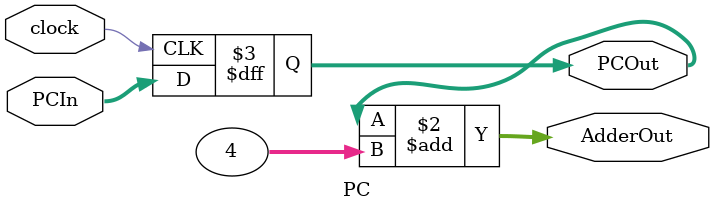
<source format=v>
`timescale 1ns / 1ps
module PC( PCIn, clock, PCOut, AdderOut);
	input [63:0] PCIn;
	input clock;
	output [63:0] 	AdderOut;
	output reg[63:0] PCOut;
	
	always @(posedge clock) begin
		PCOut=PCIn;	
	end
	assign AdderOut=PCOut+4;
		
	
	

endmodule

</source>
